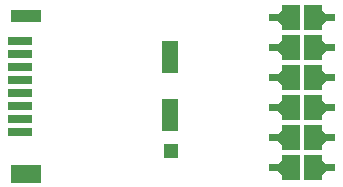
<source format=gbr>
G04 EAGLE Gerber RS-274X export*
G75*
%MOMM*%
%FSLAX34Y34*%
%LPD*%
%INSolderpaste Top*%
%IPPOS*%
%AMOC8*
5,1,8,0,0,1.08239X$1,22.5*%
G01*
%ADD10R,2.000000X0.700000*%
%ADD11R,2.600000X1.000000*%
%ADD12R,2.600000X1.500000*%
%ADD13R,1.400000X2.700000*%
%ADD14R,1.200000X1.200000*%

G36*
X280137Y487027D02*
X280137Y487027D01*
X280132Y487034D01*
X280139Y487040D01*
X280139Y508640D01*
X280103Y508687D01*
X280096Y508682D01*
X280090Y508689D01*
X264690Y508689D01*
X264643Y508653D01*
X264648Y508646D01*
X264641Y508640D01*
X264641Y504058D01*
X261517Y500439D01*
X253940Y500439D01*
X253893Y500403D01*
X253894Y500401D01*
X253893Y500400D01*
X253897Y500395D01*
X253891Y500390D01*
X253891Y495290D01*
X253927Y495243D01*
X253934Y495248D01*
X253940Y495241D01*
X261517Y495241D01*
X264641Y491622D01*
X264641Y487040D01*
X264677Y486993D01*
X264684Y486998D01*
X264690Y486991D01*
X280090Y486991D01*
X280137Y487027D01*
G37*
G36*
X280137Y461627D02*
X280137Y461627D01*
X280132Y461634D01*
X280139Y461640D01*
X280139Y483240D01*
X280103Y483287D01*
X280096Y483282D01*
X280090Y483289D01*
X264690Y483289D01*
X264643Y483253D01*
X264648Y483246D01*
X264641Y483240D01*
X264641Y478658D01*
X261517Y475039D01*
X253940Y475039D01*
X253893Y475003D01*
X253894Y475001D01*
X253893Y475000D01*
X253897Y474995D01*
X253891Y474990D01*
X253891Y469890D01*
X253927Y469843D01*
X253934Y469848D01*
X253940Y469841D01*
X261517Y469841D01*
X264641Y466222D01*
X264641Y461640D01*
X264677Y461593D01*
X264684Y461598D01*
X264690Y461591D01*
X280090Y461591D01*
X280137Y461627D01*
G37*
G36*
X280137Y436227D02*
X280137Y436227D01*
X280132Y436234D01*
X280139Y436240D01*
X280139Y457840D01*
X280103Y457887D01*
X280096Y457882D01*
X280090Y457889D01*
X264690Y457889D01*
X264643Y457853D01*
X264648Y457846D01*
X264641Y457840D01*
X264641Y453258D01*
X261517Y449639D01*
X253940Y449639D01*
X253893Y449603D01*
X253894Y449601D01*
X253893Y449600D01*
X253897Y449595D01*
X253891Y449590D01*
X253891Y444490D01*
X253927Y444443D01*
X253934Y444448D01*
X253940Y444441D01*
X261517Y444441D01*
X264641Y440822D01*
X264641Y436240D01*
X264677Y436193D01*
X264684Y436198D01*
X264690Y436191D01*
X280090Y436191D01*
X280137Y436227D01*
G37*
G36*
X280137Y410827D02*
X280137Y410827D01*
X280132Y410834D01*
X280139Y410840D01*
X280139Y432440D01*
X280103Y432487D01*
X280096Y432482D01*
X280090Y432489D01*
X264690Y432489D01*
X264643Y432453D01*
X264648Y432446D01*
X264641Y432440D01*
X264641Y427858D01*
X261517Y424239D01*
X253940Y424239D01*
X253893Y424203D01*
X253894Y424201D01*
X253893Y424200D01*
X253897Y424195D01*
X253891Y424190D01*
X253891Y419090D01*
X253927Y419043D01*
X253934Y419048D01*
X253940Y419041D01*
X261517Y419041D01*
X264641Y415422D01*
X264641Y410840D01*
X264677Y410793D01*
X264684Y410798D01*
X264690Y410791D01*
X280090Y410791D01*
X280137Y410827D01*
G37*
G36*
X280137Y385427D02*
X280137Y385427D01*
X280132Y385434D01*
X280139Y385440D01*
X280139Y407040D01*
X280103Y407087D01*
X280096Y407082D01*
X280090Y407089D01*
X264690Y407089D01*
X264643Y407053D01*
X264648Y407046D01*
X264641Y407040D01*
X264641Y402458D01*
X261517Y398839D01*
X253940Y398839D01*
X253893Y398803D01*
X253894Y398801D01*
X253893Y398800D01*
X253897Y398795D01*
X253891Y398790D01*
X253891Y393690D01*
X253927Y393643D01*
X253934Y393648D01*
X253940Y393641D01*
X261517Y393641D01*
X264641Y390022D01*
X264641Y385440D01*
X264677Y385393D01*
X264684Y385398D01*
X264690Y385391D01*
X280090Y385391D01*
X280137Y385427D01*
G37*
G36*
X280137Y360027D02*
X280137Y360027D01*
X280132Y360034D01*
X280139Y360040D01*
X280139Y381640D01*
X280103Y381687D01*
X280096Y381682D01*
X280090Y381689D01*
X264690Y381689D01*
X264643Y381653D01*
X264648Y381646D01*
X264641Y381640D01*
X264641Y377058D01*
X261517Y373439D01*
X253940Y373439D01*
X253893Y373403D01*
X253894Y373401D01*
X253893Y373400D01*
X253897Y373395D01*
X253891Y373390D01*
X253891Y368290D01*
X253927Y368243D01*
X253934Y368248D01*
X253940Y368241D01*
X261517Y368241D01*
X264641Y364622D01*
X264641Y360040D01*
X264677Y359993D01*
X264684Y359998D01*
X264690Y359991D01*
X280090Y359991D01*
X280137Y360027D01*
G37*
G36*
X299237Y487027D02*
X299237Y487027D01*
X299232Y487034D01*
X299239Y487040D01*
X299239Y491622D01*
X302363Y495241D01*
X309940Y495241D01*
X309987Y495277D01*
X309982Y495284D01*
X309989Y495290D01*
X309989Y500390D01*
X309953Y500437D01*
X309946Y500432D01*
X309940Y500439D01*
X302363Y500439D01*
X299239Y504058D01*
X299239Y508640D01*
X299203Y508687D01*
X299196Y508682D01*
X299190Y508689D01*
X283790Y508689D01*
X283743Y508653D01*
X283748Y508646D01*
X283741Y508640D01*
X283741Y487040D01*
X283777Y486993D01*
X283784Y486998D01*
X283790Y486991D01*
X299190Y486991D01*
X299237Y487027D01*
G37*
G36*
X299237Y461627D02*
X299237Y461627D01*
X299232Y461634D01*
X299239Y461640D01*
X299239Y466222D01*
X302363Y469841D01*
X309940Y469841D01*
X309987Y469877D01*
X309982Y469884D01*
X309989Y469890D01*
X309989Y474990D01*
X309953Y475037D01*
X309946Y475032D01*
X309940Y475039D01*
X302363Y475039D01*
X299239Y478658D01*
X299239Y483240D01*
X299203Y483287D01*
X299196Y483282D01*
X299190Y483289D01*
X283790Y483289D01*
X283743Y483253D01*
X283748Y483246D01*
X283741Y483240D01*
X283741Y461640D01*
X283777Y461593D01*
X283784Y461598D01*
X283790Y461591D01*
X299190Y461591D01*
X299237Y461627D01*
G37*
G36*
X299237Y436227D02*
X299237Y436227D01*
X299232Y436234D01*
X299239Y436240D01*
X299239Y440822D01*
X302363Y444441D01*
X309940Y444441D01*
X309987Y444477D01*
X309982Y444484D01*
X309989Y444490D01*
X309989Y449590D01*
X309953Y449637D01*
X309946Y449632D01*
X309940Y449639D01*
X302363Y449639D01*
X299239Y453258D01*
X299239Y457840D01*
X299203Y457887D01*
X299196Y457882D01*
X299190Y457889D01*
X283790Y457889D01*
X283743Y457853D01*
X283748Y457846D01*
X283741Y457840D01*
X283741Y436240D01*
X283777Y436193D01*
X283784Y436198D01*
X283790Y436191D01*
X299190Y436191D01*
X299237Y436227D01*
G37*
G36*
X299237Y410827D02*
X299237Y410827D01*
X299232Y410834D01*
X299239Y410840D01*
X299239Y415422D01*
X302363Y419041D01*
X309940Y419041D01*
X309987Y419077D01*
X309982Y419084D01*
X309989Y419090D01*
X309989Y424190D01*
X309953Y424237D01*
X309946Y424232D01*
X309940Y424239D01*
X302363Y424239D01*
X299239Y427858D01*
X299239Y432440D01*
X299203Y432487D01*
X299196Y432482D01*
X299190Y432489D01*
X283790Y432489D01*
X283743Y432453D01*
X283748Y432446D01*
X283741Y432440D01*
X283741Y410840D01*
X283777Y410793D01*
X283784Y410798D01*
X283790Y410791D01*
X299190Y410791D01*
X299237Y410827D01*
G37*
G36*
X299237Y385427D02*
X299237Y385427D01*
X299232Y385434D01*
X299239Y385440D01*
X299239Y390022D01*
X302363Y393641D01*
X309940Y393641D01*
X309987Y393677D01*
X309982Y393684D01*
X309989Y393690D01*
X309989Y398790D01*
X309953Y398837D01*
X309946Y398832D01*
X309940Y398839D01*
X302363Y398839D01*
X299239Y402458D01*
X299239Y407040D01*
X299203Y407087D01*
X299196Y407082D01*
X299190Y407089D01*
X283790Y407089D01*
X283743Y407053D01*
X283748Y407046D01*
X283741Y407040D01*
X283741Y385440D01*
X283777Y385393D01*
X283784Y385398D01*
X283790Y385391D01*
X299190Y385391D01*
X299237Y385427D01*
G37*
G36*
X299237Y360027D02*
X299237Y360027D01*
X299232Y360034D01*
X299239Y360040D01*
X299239Y364622D01*
X302363Y368241D01*
X309940Y368241D01*
X309987Y368277D01*
X309982Y368284D01*
X309989Y368290D01*
X309989Y373390D01*
X309953Y373437D01*
X309946Y373432D01*
X309940Y373439D01*
X302363Y373439D01*
X299239Y377058D01*
X299239Y381640D01*
X299203Y381687D01*
X299196Y381682D01*
X299190Y381689D01*
X283790Y381689D01*
X283743Y381653D01*
X283748Y381646D01*
X283741Y381640D01*
X283741Y360040D01*
X283777Y359993D01*
X283784Y359998D01*
X283790Y359991D01*
X299190Y359991D01*
X299237Y360027D01*
G37*
D10*
X43180Y478070D03*
X43180Y467070D03*
X43180Y456070D03*
X43180Y445070D03*
X43180Y434070D03*
X43180Y423070D03*
X43180Y412070D03*
X43180Y401070D03*
D11*
X48180Y499070D03*
D12*
X48180Y365570D03*
D13*
X170180Y415070D03*
X170180Y464070D03*
D14*
X171180Y384570D03*
M02*

</source>
